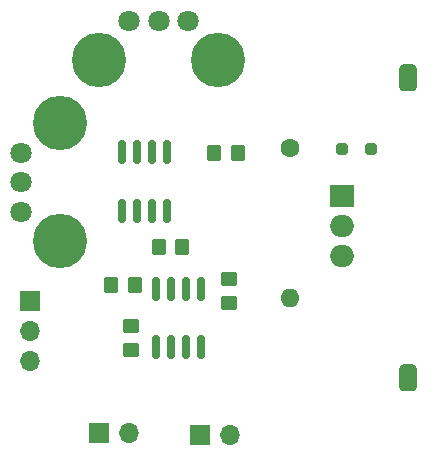
<source format=gbr>
%TF.GenerationSoftware,KiCad,Pcbnew,7.0.6*%
%TF.CreationDate,2023-07-30T21:01:10-06:00*%
%TF.ProjectId,current_sink_swim,63757272-656e-4745-9f73-696e6b5f7377,rev?*%
%TF.SameCoordinates,Original*%
%TF.FileFunction,Soldermask,Top*%
%TF.FilePolarity,Negative*%
%FSLAX46Y46*%
G04 Gerber Fmt 4.6, Leading zero omitted, Abs format (unit mm)*
G04 Created by KiCad (PCBNEW 7.0.6) date 2023-07-30 21:01:10*
%MOMM*%
%LPD*%
G01*
G04 APERTURE LIST*
G04 Aperture macros list*
%AMRoundRect*
0 Rectangle with rounded corners*
0 $1 Rounding radius*
0 $2 $3 $4 $5 $6 $7 $8 $9 X,Y pos of 4 corners*
0 Add a 4 corners polygon primitive as box body*
4,1,4,$2,$3,$4,$5,$6,$7,$8,$9,$2,$3,0*
0 Add four circle primitives for the rounded corners*
1,1,$1+$1,$2,$3*
1,1,$1+$1,$4,$5*
1,1,$1+$1,$6,$7*
1,1,$1+$1,$8,$9*
0 Add four rect primitives between the rounded corners*
20,1,$1+$1,$2,$3,$4,$5,0*
20,1,$1+$1,$4,$5,$6,$7,0*
20,1,$1+$1,$6,$7,$8,$9,0*
20,1,$1+$1,$8,$9,$2,$3,0*%
G04 Aperture macros list end*
%ADD10RoundRect,0.250000X-0.350000X-0.450000X0.350000X-0.450000X0.350000X0.450000X-0.350000X0.450000X0*%
%ADD11O,1.600000X1.600000*%
%ADD12C,1.600000*%
%ADD13R,2.000000X1.905000*%
%ADD14O,2.000000X1.905000*%
%ADD15C,4.600000*%
%ADD16C,1.800000*%
%ADD17RoundRect,0.150000X-0.150000X0.825000X-0.150000X-0.825000X0.150000X-0.825000X0.150000X0.825000X0*%
%ADD18RoundRect,0.250000X-0.450000X0.350000X-0.450000X-0.350000X0.450000X-0.350000X0.450000X0.350000X0*%
%ADD19R,1.700000X1.700000*%
%ADD20O,1.700000X1.700000*%
%ADD21RoundRect,0.250000X-0.250000X-0.250000X0.250000X-0.250000X0.250000X0.250000X-0.250000X0.250000X0*%
%ADD22RoundRect,0.250000X0.350000X0.450000X-0.350000X0.450000X-0.350000X-0.450000X0.350000X-0.450000X0*%
%ADD23RoundRect,0.381000X0.381000X-0.762000X0.381000X0.762000X-0.381000X0.762000X-0.381000X-0.762000X0*%
G04 APERTURE END LIST*
D10*
%TO.C,R2*%
X126700000Y-43800000D03*
X128700000Y-43800000D03*
%TD*%
D11*
%TO.C,R3*%
X133146800Y-56083200D03*
D12*
X133146800Y-43383200D03*
%TD*%
D13*
%TO.C,Q2*%
X137515600Y-47447200D03*
D14*
X137515600Y-49987200D03*
X137515600Y-52527200D03*
%TD*%
D15*
%TO.C,RV1*%
X113637600Y-51293400D03*
X113637600Y-41293400D03*
D16*
X110337600Y-43793400D03*
X110337600Y-46293400D03*
X110337600Y-48793400D03*
%TD*%
D17*
%TO.C,U3*%
X125603000Y-55321200D03*
X124333000Y-55321200D03*
X123063000Y-55321200D03*
X121793000Y-55321200D03*
X121793000Y-60271200D03*
X123063000Y-60271200D03*
X124333000Y-60271200D03*
X125603000Y-60271200D03*
%TD*%
D15*
%TO.C,RV2*%
X117000000Y-35966400D03*
X127000000Y-35966400D03*
D16*
X124500000Y-32666400D03*
X122000000Y-32666400D03*
X119500000Y-32666400D03*
%TD*%
D18*
%TO.C,R7*%
X119700000Y-58500000D03*
X119700000Y-60500000D03*
%TD*%
D19*
%TO.C,J2*%
X111150400Y-56388000D03*
D20*
X111150400Y-58928000D03*
X111150400Y-61468000D03*
%TD*%
D19*
%TO.C,J3*%
X125476000Y-67716400D03*
D20*
X128016000Y-67716400D03*
%TD*%
D10*
%TO.C,R9*%
X119973600Y-55041800D03*
X117973600Y-55041800D03*
%TD*%
D19*
%TO.C,J1*%
X116941600Y-67564000D03*
D20*
X119481600Y-67564000D03*
%TD*%
D21*
%TO.C,D1*%
X137500000Y-43500000D03*
X140000000Y-43500000D03*
%TD*%
D17*
%TO.C,U1*%
X122682000Y-43789600D03*
X121412000Y-43789600D03*
X120142000Y-43789600D03*
X118872000Y-43789600D03*
X118872000Y-48739600D03*
X120142000Y-48739600D03*
X121412000Y-48739600D03*
X122682000Y-48739600D03*
%TD*%
D22*
%TO.C,R5*%
X122012200Y-51816000D03*
X124012200Y-51816000D03*
%TD*%
D23*
%TO.C,J4*%
X143103600Y-37465000D03*
X143103600Y-62865000D03*
%TD*%
D18*
%TO.C,R8*%
X128000000Y-56500000D03*
X128000000Y-54500000D03*
%TD*%
M02*

</source>
